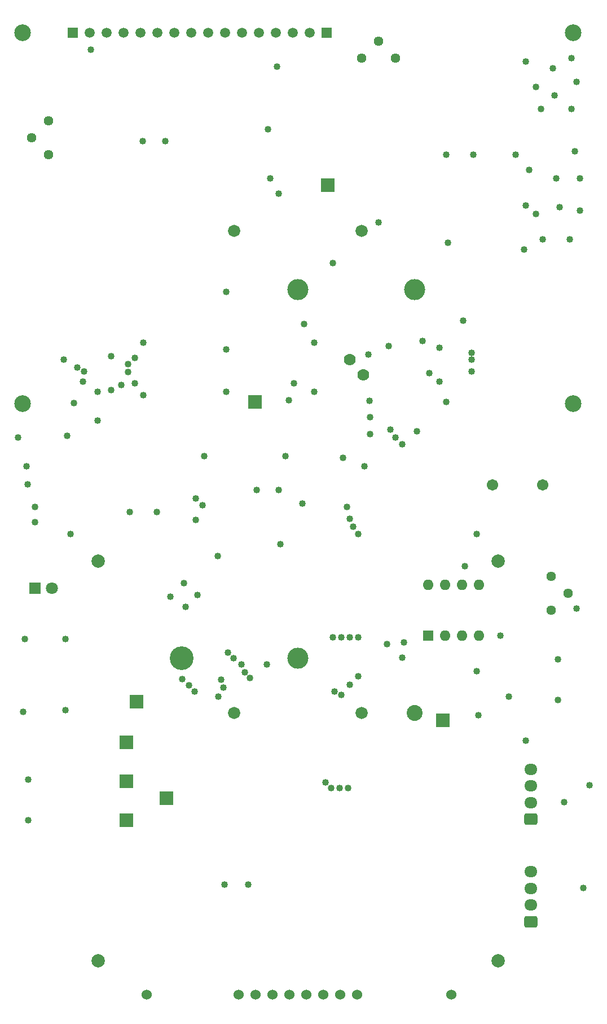
<source format=gbr>
%TF.GenerationSoftware,KiCad,Pcbnew,8.0.1*%
%TF.CreationDate,2024-04-03T00:57:57-07:00*%
%TF.ProjectId,ee110_alpha_board,65653131-305f-4616-9c70-68615f626f61,0.1*%
%TF.SameCoordinates,Original*%
%TF.FileFunction,Soldermask,Bot*%
%TF.FilePolarity,Negative*%
%FSLAX46Y46*%
G04 Gerber Fmt 4.6, Leading zero omitted, Abs format (unit mm)*
G04 Created by KiCad (PCBNEW 8.0.1) date 2024-04-03 00:57:57*
%MOMM*%
%LPD*%
G01*
G04 APERTURE LIST*
G04 Aperture macros list*
%AMRoundRect*
0 Rectangle with rounded corners*
0 $1 Rounding radius*
0 $2 $3 $4 $5 $6 $7 $8 $9 X,Y pos of 4 corners*
0 Add a 4 corners polygon primitive as box body*
4,1,4,$2,$3,$4,$5,$6,$7,$8,$9,$2,$3,0*
0 Add four circle primitives for the rounded corners*
1,1,$1+$1,$2,$3*
1,1,$1+$1,$4,$5*
1,1,$1+$1,$6,$7*
1,1,$1+$1,$8,$9*
0 Add four rect primitives between the rounded corners*
20,1,$1+$1,$2,$3,$4,$5,0*
20,1,$1+$1,$4,$5,$6,$7,0*
20,1,$1+$1,$6,$7,$8,$9,0*
20,1,$1+$1,$8,$9,$2,$3,0*%
G04 Aperture macros list end*
%ADD10R,2.000000X2.000000*%
%ADD11C,1.712000*%
%ADD12R,1.800000X1.800000*%
%ADD13C,1.800000*%
%ADD14C,2.000000*%
%ADD15C,1.524000*%
%ADD16C,1.440000*%
%ADD17O,1.950000X1.700000*%
%ADD18RoundRect,0.250000X0.725000X-0.600000X0.725000X0.600000X-0.725000X0.600000X-0.725000X-0.600000X0*%
%ADD19R,1.600000X1.600000*%
%ADD20O,1.600000X1.600000*%
%ADD21C,2.500000*%
%ADD22R,1.500000X1.500000*%
%ADD23C,1.500000*%
%ADD24C,3.175000*%
%ADD25C,3.556000*%
%ADD26C,2.387600*%
%ADD27C,1.828800*%
%ADD28C,1.016000*%
%ADD29C,1.778000*%
G04 APERTURE END LIST*
D10*
%TO.C,*%
X90932000Y-59182000D03*
%TD*%
%TO.C,*%
X80010000Y-91694000D03*
%TD*%
%TO.C,*%
X108204000Y-139446000D03*
%TD*%
%TO.C,TP1*%
X60706000Y-142748000D03*
%TD*%
%TO.C,TP2*%
X60706000Y-148590000D03*
%TD*%
%TO.C,TP3*%
X60706000Y-154432000D03*
%TD*%
D11*
%TO.C,LS1*%
X123180000Y-104140000D03*
X115580000Y-104140000D03*
%TD*%
D12*
%TO.C,D1*%
X46990000Y-119634000D03*
D13*
X49530000Y-119634000D03*
%TD*%
D14*
%TO.C,J3*%
X56420000Y-115570000D03*
X56420000Y-175570000D03*
X116420000Y-115570000D03*
X116420000Y-175570000D03*
D15*
X77530000Y-180570000D03*
X80070000Y-180570000D03*
X82610000Y-180570000D03*
X85150000Y-180570000D03*
X87690000Y-180570000D03*
X90230000Y-180570000D03*
X92770000Y-180570000D03*
X95310000Y-180570000D03*
%TD*%
D16*
%TO.C,RV2*%
X101092000Y-40132000D03*
X98552000Y-37592000D03*
X96012000Y-40132000D03*
%TD*%
%TO.C,RV3*%
X124460000Y-122936000D03*
X127000000Y-120396000D03*
X124460000Y-117856000D03*
%TD*%
D17*
%TO.C,J6*%
X121340000Y-162172000D03*
X121340000Y-164672000D03*
X121340000Y-167172000D03*
D18*
X121340000Y-169672000D03*
%TD*%
D16*
%TO.C,RV1*%
X49022000Y-49530000D03*
X46482000Y-52070000D03*
X49022000Y-54610000D03*
%TD*%
D19*
%TO.C,U7*%
X105928000Y-126736000D03*
D20*
X108468000Y-126736000D03*
X111008000Y-126736000D03*
X113548000Y-126736000D03*
X113548000Y-119116000D03*
X111008000Y-119116000D03*
X108468000Y-119116000D03*
X105928000Y-119116000D03*
%TD*%
D17*
%TO.C,J5*%
X121340000Y-146805000D03*
X121340000Y-149305000D03*
X121340000Y-151805000D03*
D18*
X121340000Y-154305000D03*
%TD*%
D21*
%TO.C,DS1*%
X45120000Y-36335000D03*
X45120000Y-91935000D03*
X127720000Y-36335000D03*
X127720000Y-91935000D03*
D22*
X52620000Y-36335000D03*
D23*
X55160000Y-36335000D03*
X57700000Y-36335000D03*
X60240000Y-36335000D03*
X62780000Y-36335000D03*
X65320000Y-36335000D03*
X67860000Y-36335000D03*
X70400000Y-36335000D03*
X72940000Y-36335000D03*
X75480000Y-36335000D03*
X78020000Y-36335000D03*
X80560000Y-36335000D03*
X83100000Y-36335000D03*
X85640000Y-36335000D03*
X88180000Y-36335000D03*
D22*
X90720000Y-36335000D03*
%TD*%
D10*
%TO.C,TP5*%
X66675000Y-151130000D03*
%TD*%
%TO.C,TP4*%
X62230000Y-136652000D03*
%TD*%
D15*
%TO.C,J1*%
X63754000Y-180594000D03*
X109474000Y-180594000D03*
%TD*%
D24*
%TO.C,B1*%
X103933300Y-74879200D03*
X86407300Y-74879200D03*
X86407300Y-130124200D03*
D25*
X68932100Y-130124200D03*
D26*
X103933300Y-138328400D03*
D27*
X76856900Y-66065400D03*
X76856900Y-138328400D03*
X95983100Y-66065400D03*
X95983100Y-138328400D03*
%TD*%
D28*
X75692000Y-83820000D03*
X75692000Y-75184000D03*
X75692000Y-90170000D03*
X69575960Y-122448040D03*
X71374000Y-120650000D03*
X77978000Y-131064000D03*
X74930000Y-133350000D03*
X78421815Y-132269815D03*
X75259900Y-134531276D03*
X79248000Y-133096000D03*
X74460100Y-135890000D03*
X112776000Y-54610000D03*
X108712000Y-54610000D03*
X98552000Y-64770000D03*
X108966000Y-67818000D03*
D29*
X94234000Y-85344000D03*
X96266000Y-87630000D03*
D28*
X71120000Y-106172000D03*
X71120000Y-109366000D03*
X56388000Y-94488000D03*
X61214000Y-108204000D03*
X65278000Y-108204000D03*
X81788000Y-131064000D03*
X70884000Y-135110000D03*
X102108000Y-98044000D03*
X70104000Y-134189250D03*
X101092000Y-97028000D03*
X69088000Y-133300250D03*
X96398101Y-101346000D03*
X46990000Y-109765000D03*
X45974000Y-154432000D03*
X81915000Y-50800000D03*
X102108000Y-130048000D03*
X113284000Y-132080000D03*
X113538000Y-138684000D03*
X128270000Y-122682000D03*
X99822000Y-128016000D03*
X118110000Y-135890000D03*
X120650000Y-142494000D03*
X129286000Y-164592000D03*
X130175000Y-149225000D03*
X126365000Y-151765000D03*
X122174000Y-63500000D03*
X52832000Y-91862300D03*
X52324000Y-111506000D03*
X125398500Y-130314500D03*
X105156000Y-82550000D03*
X97028000Y-84582000D03*
X123190000Y-67310000D03*
X112522000Y-85344000D03*
X120650000Y-40640000D03*
X45212000Y-138176000D03*
X127254000Y-67310000D03*
X85852000Y-88900000D03*
X91694000Y-70866000D03*
X124714000Y-41656000D03*
X128778000Y-58166000D03*
X82296000Y-58166000D03*
X97282000Y-93980000D03*
X128778000Y-62992000D03*
X78994000Y-164084000D03*
X122174000Y-44450000D03*
X112522000Y-84328000D03*
X44450000Y-97028000D03*
X116840000Y-126746000D03*
X87376000Y-80010000D03*
X51562000Y-127254000D03*
X72390000Y-99822000D03*
X121158000Y-56896000D03*
X128016000Y-54102000D03*
X122936000Y-47752000D03*
X74422000Y-114808000D03*
X106172000Y-87376000D03*
X124968000Y-45720000D03*
X127508000Y-40132000D03*
X85090000Y-91440000D03*
X45974000Y-148336000D03*
X111252000Y-79502000D03*
X125398500Y-136410500D03*
X120396000Y-68834000D03*
X125222000Y-58166000D03*
X128270000Y-43688000D03*
X45466000Y-127254000D03*
X125730000Y-62484000D03*
X111506000Y-116332000D03*
X51816000Y-96774000D03*
X127508000Y-47752000D03*
X58420000Y-89916000D03*
X119126000Y-54610000D03*
X75438000Y-164084000D03*
X45720000Y-101346000D03*
X51562000Y-137922000D03*
X59944000Y-89154000D03*
X120650000Y-62230000D03*
X51308000Y-85344000D03*
X112522000Y-87122000D03*
X72136000Y-107188000D03*
X104267000Y-96139000D03*
X88900000Y-82804000D03*
X97282000Y-96520000D03*
X108712000Y-91694000D03*
X88842243Y-90170000D03*
X100076000Y-83309899D03*
X107696000Y-83566000D03*
X53276318Y-86562581D03*
X56380000Y-90170000D03*
X83566000Y-60452000D03*
X46990000Y-107442000D03*
X58420000Y-84836000D03*
X45882585Y-104048585D03*
X100291900Y-95885000D03*
X83820000Y-113030000D03*
X102362000Y-127762000D03*
X63246000Y-90678000D03*
X66548000Y-52578000D03*
X63119000Y-52578000D03*
X63246000Y-82804000D03*
X83312000Y-41402000D03*
X76772185Y-130112185D03*
X87122000Y-106934000D03*
X84582000Y-99822000D03*
X75946000Y-129286000D03*
X93218000Y-100076000D03*
X90593915Y-148800205D03*
X91694000Y-127000000D03*
X91909245Y-135108777D03*
X93797903Y-107442000D03*
X92955960Y-135627960D03*
X91440000Y-149606000D03*
X92964000Y-127000000D03*
X94234000Y-109220000D03*
X94234000Y-134112000D03*
X94234000Y-127000000D03*
X94705133Y-110445585D03*
X92710000Y-149606000D03*
X95504000Y-132842000D03*
X95504000Y-127000000D03*
X93980000Y-149606000D03*
X95504000Y-111506000D03*
X80264000Y-104902000D03*
X83566000Y-104902000D03*
X97188308Y-91533692D03*
X107696000Y-88646000D03*
X69342000Y-118872000D03*
X67310000Y-120904000D03*
X61976000Y-85090000D03*
X61976000Y-88900000D03*
X60960000Y-87207803D03*
X54160659Y-88702854D03*
X54356000Y-87122000D03*
X60960000Y-86039400D03*
X113284000Y-111506000D03*
X55372000Y-38862000D03*
M02*

</source>
